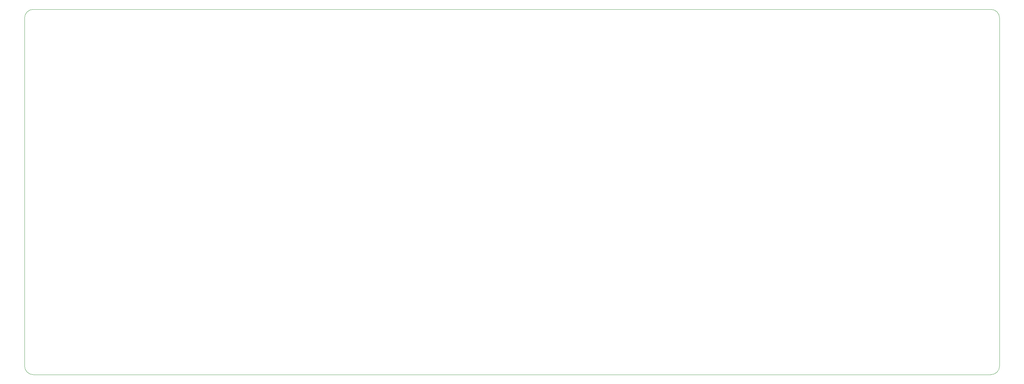
<source format=gbr>
%TF.GenerationSoftware,KiCad,Pcbnew,(5.1.6-0-10_14)*%
%TF.CreationDate,2021-04-03T15:30:38+02:00*%
%TF.ProjectId,Mech50-base,4d656368-3530-42d6-9261-73652e6b6963,rev?*%
%TF.SameCoordinates,Original*%
%TF.FileFunction,Profile,NP*%
%FSLAX46Y46*%
G04 Gerber Fmt 4.6, Leading zero omitted, Abs format (unit mm)*
G04 Created by KiCad (PCBNEW (5.1.6-0-10_14)) date 2021-04-03 15:30:38*
%MOMM*%
%LPD*%
G01*
G04 APERTURE LIST*
%TA.AperFunction,Profile*%
%ADD10C,0.100000*%
%TD*%
G04 APERTURE END LIST*
D10*
X306070000Y-145034000D02*
G75*
G02*
X303784000Y-147320000I-2286000J0D01*
G01*
X303784000Y-51308000D02*
G75*
G02*
X306070000Y-53594000I0J-2286000D01*
G01*
X52324000Y-147320000D02*
G75*
G02*
X50038000Y-145034000I0J2286000D01*
G01*
X50038000Y-53594000D02*
G75*
G02*
X52324000Y-51308000I2286000J0D01*
G01*
X50038000Y-145034000D02*
X50038000Y-53594000D01*
X303784000Y-147320000D02*
X52324000Y-147320000D01*
X306070000Y-53594000D02*
X306070000Y-145034000D01*
X52324000Y-51308000D02*
X303784000Y-51308000D01*
M02*

</source>
